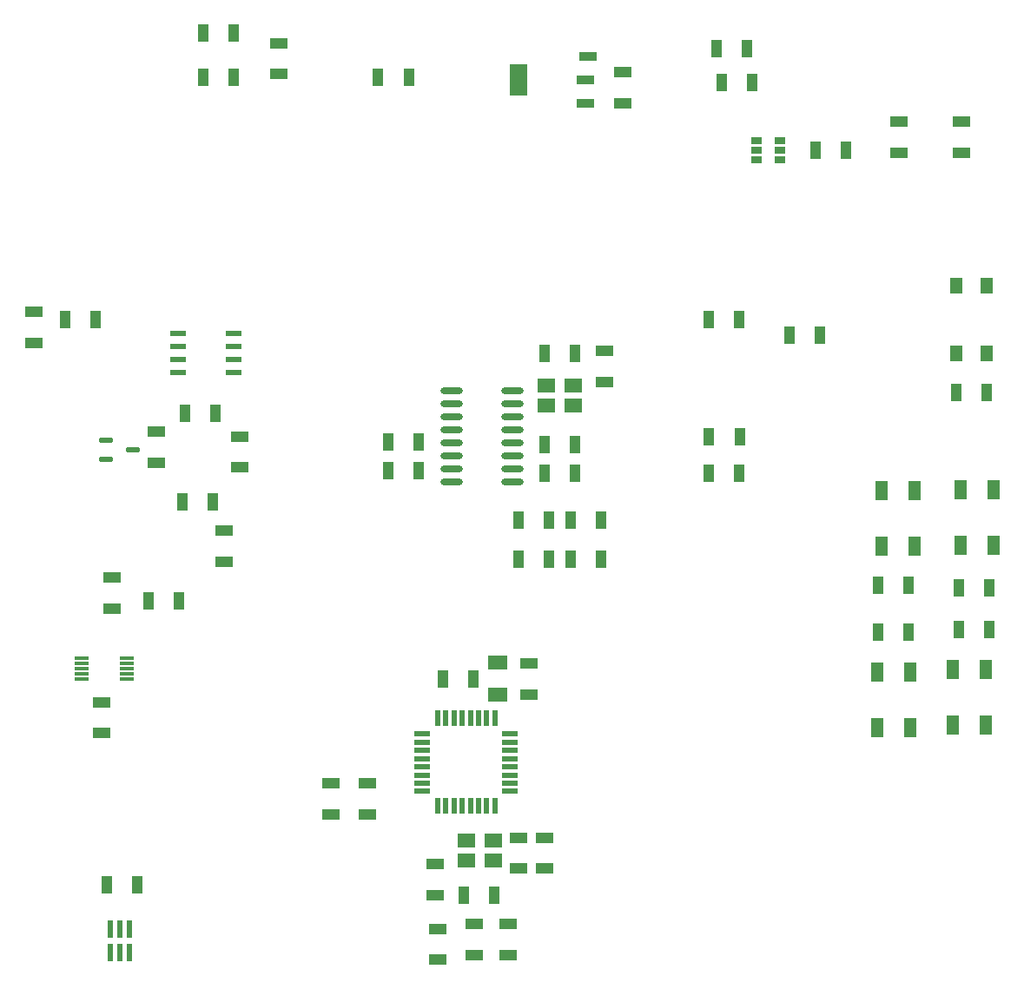
<source format=gtp>
G04*
G04 #@! TF.GenerationSoftware,Altium Limited,Altium Designer,23.8.1 (32)*
G04*
G04 Layer_Color=8421504*
%FSLAX25Y25*%
%MOIN*%
G70*
G04*
G04 #@! TF.SameCoordinates,CF8B6EB2-DAF4-4016-BDB3-9DCBFEF17629*
G04*
G04*
G04 #@! TF.FilePolarity,Positive*
G04*
G01*
G75*
%ADD23R,0.05709X0.01181*%
%ADD24R,0.05787X0.01181*%
%ADD25R,0.07100X0.04400*%
%ADD26R,0.04400X0.07100*%
%ADD27R,0.07087X0.05512*%
%ADD28R,0.03937X0.02756*%
%ADD29R,0.04750X0.07480*%
%ADD30R,0.06693X0.03300*%
%ADD31R,0.06102X0.02362*%
%ADD32R,0.07300X0.05400*%
G04:AMPARAMS|DCode=33|XSize=63.39mil|YSize=23.23mil|CornerRadius=2.9mil|HoleSize=0mil|Usage=FLASHONLY|Rotation=270.000|XOffset=0mil|YOffset=0mil|HoleType=Round|Shape=RoundedRectangle|*
%AMROUNDEDRECTD33*
21,1,0.06339,0.01742,0,0,270.0*
21,1,0.05758,0.02323,0,0,270.0*
1,1,0.00581,-0.00871,-0.02879*
1,1,0.00581,-0.00871,0.02879*
1,1,0.00581,0.00871,0.02879*
1,1,0.00581,0.00871,-0.02879*
%
%ADD33ROUNDEDRECTD33*%
%ADD34O,0.08661X0.02400*%
%ADD35R,0.02000X0.06496*%
%ADD36R,0.06496X0.02000*%
%ADD37R,0.06693X0.12200*%
%ADD38R,0.04724X0.05906*%
G04:AMPARAMS|DCode=39|XSize=53.15mil|YSize=23.23mil|CornerRadius=5.81mil|HoleSize=0mil|Usage=FLASHONLY|Rotation=0.000|XOffset=0mil|YOffset=0mil|HoleType=Round|Shape=RoundedRectangle|*
%AMROUNDEDRECTD39*
21,1,0.05315,0.01161,0,0,0.0*
21,1,0.04154,0.02323,0,0,0.0*
1,1,0.01161,0.02077,-0.00581*
1,1,0.01161,-0.02077,-0.00581*
1,1,0.01161,-0.02077,0.00581*
1,1,0.01161,0.02077,0.00581*
%
%ADD39ROUNDEDRECTD39*%
D23*
X45661Y138063D02*
D03*
D24*
Y140032D02*
D03*
Y142000D02*
D03*
Y143968D02*
D03*
Y145937D02*
D03*
X28339D02*
D03*
Y143968D02*
D03*
Y140032D02*
D03*
Y138063D02*
D03*
Y142000D02*
D03*
D25*
X36000Y129000D02*
D03*
Y117200D02*
D03*
X10000Y278900D02*
D03*
Y267100D02*
D03*
X83000Y183100D02*
D03*
Y194900D02*
D03*
X57000Y221100D02*
D03*
Y232900D02*
D03*
X40000Y165000D02*
D03*
Y176800D02*
D03*
X229000Y252100D02*
D03*
Y263900D02*
D03*
X138000Y97900D02*
D03*
Y86100D02*
D03*
X164000Y55100D02*
D03*
Y66900D02*
D03*
X206000Y77000D02*
D03*
Y65200D02*
D03*
X179000Y32100D02*
D03*
Y43900D02*
D03*
X165000Y30200D02*
D03*
Y42000D02*
D03*
X192000Y32100D02*
D03*
Y43900D02*
D03*
X196000Y65200D02*
D03*
Y77000D02*
D03*
X200000Y143900D02*
D03*
Y132100D02*
D03*
X342000Y340100D02*
D03*
Y351900D02*
D03*
X104000Y370200D02*
D03*
Y382000D02*
D03*
X236000Y359000D02*
D03*
Y370800D02*
D03*
X366000Y340100D02*
D03*
Y351900D02*
D03*
X89000Y219200D02*
D03*
Y231000D02*
D03*
X124000Y97800D02*
D03*
Y86000D02*
D03*
D26*
X68100Y240000D02*
D03*
X79900D02*
D03*
X78900Y206000D02*
D03*
X67100D02*
D03*
X38100Y59000D02*
D03*
X49900D02*
D03*
X75100Y386000D02*
D03*
X86900D02*
D03*
X311800Y270000D02*
D03*
X269100Y276000D02*
D03*
X365100Y173000D02*
D03*
Y157000D02*
D03*
X334100Y174000D02*
D03*
Y156000D02*
D03*
X154000Y369000D02*
D03*
X227900Y199000D02*
D03*
Y184000D02*
D03*
X54100Y168000D02*
D03*
X65900D02*
D03*
X280900Y276000D02*
D03*
X196100Y199000D02*
D03*
X207900D02*
D03*
X217900Y217000D02*
D03*
X206100D02*
D03*
X216100Y199000D02*
D03*
Y184000D02*
D03*
X146100Y218000D02*
D03*
X157900D02*
D03*
X196000Y184000D02*
D03*
X207800D02*
D03*
X217900Y228000D02*
D03*
X206100D02*
D03*
X157900Y229000D02*
D03*
X146100D02*
D03*
X217800Y263000D02*
D03*
X206000D02*
D03*
X167100Y138000D02*
D03*
X178900D02*
D03*
X269100Y217000D02*
D03*
X280900D02*
D03*
X285900Y367000D02*
D03*
X274100D02*
D03*
X22000Y276000D02*
D03*
X33800D02*
D03*
X186900Y55000D02*
D03*
X175100D02*
D03*
X269200Y231000D02*
D03*
X281000D02*
D03*
X310100Y341000D02*
D03*
X321900D02*
D03*
X283900Y380000D02*
D03*
X272100D02*
D03*
X86900Y369000D02*
D03*
X75100D02*
D03*
X142200D02*
D03*
X375900Y248000D02*
D03*
X364100D02*
D03*
X345900Y156000D02*
D03*
X376900Y157000D02*
D03*
Y173000D02*
D03*
X345900Y174000D02*
D03*
X300000Y270000D02*
D03*
D27*
X176000Y68362D02*
D03*
X186394Y76000D02*
D03*
X176000D02*
D03*
X186394Y68362D02*
D03*
X217197Y242984D02*
D03*
X206803Y250622D02*
D03*
X217197D02*
D03*
X206803Y242984D02*
D03*
D28*
X287276Y341000D02*
D03*
X296577Y337260D02*
D03*
Y341000D02*
D03*
Y344740D02*
D03*
X287276D02*
D03*
Y337260D02*
D03*
D29*
X365650Y189370D02*
D03*
X375350Y141630D02*
D03*
X346350Y140630D02*
D03*
X335300Y189000D02*
D03*
X362650Y141630D02*
D03*
Y120370D02*
D03*
X375350D02*
D03*
X333650Y140630D02*
D03*
Y119370D02*
D03*
X346350D02*
D03*
X378350Y189370D02*
D03*
Y210630D02*
D03*
X365650D02*
D03*
X348000Y189000D02*
D03*
Y210260D02*
D03*
X335300D02*
D03*
D30*
X222779Y377100D02*
D03*
X221795Y368000D02*
D03*
Y358900D02*
D03*
D31*
X86630Y270500D02*
D03*
Y255500D02*
D03*
Y260500D02*
D03*
Y265500D02*
D03*
X65370Y255500D02*
D03*
Y260500D02*
D03*
Y265500D02*
D03*
Y270500D02*
D03*
D32*
X188000Y144150D02*
D03*
Y131850D02*
D03*
D33*
X39260Y42016D02*
D03*
X46740D02*
D03*
X43000D02*
D03*
X39260Y33000D02*
D03*
X43000D02*
D03*
X46740D02*
D03*
D34*
X193700Y213500D02*
D03*
Y218500D02*
D03*
Y223500D02*
D03*
Y228500D02*
D03*
Y233500D02*
D03*
Y238500D02*
D03*
Y243500D02*
D03*
Y248500D02*
D03*
X170300D02*
D03*
Y243500D02*
D03*
Y238500D02*
D03*
Y233500D02*
D03*
Y228500D02*
D03*
Y223500D02*
D03*
Y218500D02*
D03*
Y213500D02*
D03*
D35*
X165000Y122850D02*
D03*
X168100D02*
D03*
X171300D02*
D03*
X174400D02*
D03*
X177600D02*
D03*
X180700D02*
D03*
X183900D02*
D03*
X187000D02*
D03*
Y89150D02*
D03*
X183900D02*
D03*
X180700D02*
D03*
X177600D02*
D03*
X174400D02*
D03*
X171300D02*
D03*
X168100D02*
D03*
X165000D02*
D03*
D36*
X159150Y94807D02*
D03*
Y97907D02*
D03*
Y101107D02*
D03*
Y104207D02*
D03*
Y107407D02*
D03*
Y110507D02*
D03*
Y113707D02*
D03*
Y116807D02*
D03*
X192850D02*
D03*
Y113707D02*
D03*
Y110507D02*
D03*
Y107407D02*
D03*
Y104207D02*
D03*
Y101107D02*
D03*
Y97907D02*
D03*
Y94807D02*
D03*
D37*
X196205Y368000D02*
D03*
D38*
X375905Y263008D02*
D03*
X364094Y288992D02*
D03*
X375905D02*
D03*
X364094Y263008D02*
D03*
D39*
X37764Y229740D02*
D03*
X48236Y226000D02*
D03*
X37764Y222260D02*
D03*
M02*

</source>
